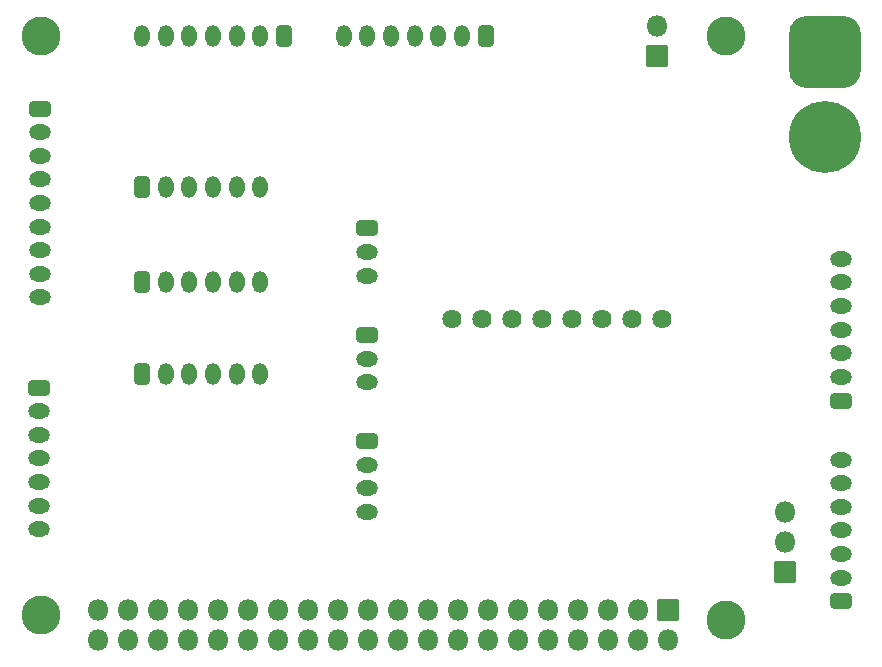
<source format=gbr>
G04 #@! TF.GenerationSoftware,KiCad,Pcbnew,(6.0.1)*
G04 #@! TF.CreationDate,2022-01-26T09:26:30-08:00*
G04 #@! TF.ProjectId,Prime Mover,5072696d-6520-44d6-9f76-65722e6b6963,rev?*
G04 #@! TF.SameCoordinates,Original*
G04 #@! TF.FileFunction,Soldermask,Bot*
G04 #@! TF.FilePolarity,Negative*
%FSLAX46Y46*%
G04 Gerber Fmt 4.6, Leading zero omitted, Abs format (unit mm)*
G04 Created by KiCad (PCBNEW (6.0.1)) date 2022-01-26 09:26:30*
%MOMM*%
%LPD*%
G01*
G04 APERTURE LIST*
G04 Aperture macros list*
%AMRoundRect*
0 Rectangle with rounded corners*
0 $1 Rounding radius*
0 $2 $3 $4 $5 $6 $7 $8 $9 X,Y pos of 4 corners*
0 Add a 4 corners polygon primitive as box body*
4,1,4,$2,$3,$4,$5,$6,$7,$8,$9,$2,$3,0*
0 Add four circle primitives for the rounded corners*
1,1,$1+$1,$2,$3*
1,1,$1+$1,$4,$5*
1,1,$1+$1,$6,$7*
1,1,$1+$1,$8,$9*
0 Add four rect primitives between the rounded corners*
20,1,$1+$1,$2,$3,$4,$5,0*
20,1,$1+$1,$4,$5,$6,$7,0*
20,1,$1+$1,$6,$7,$8,$9,0*
20,1,$1+$1,$8,$9,$2,$3,0*%
G04 Aperture macros list end*
%ADD10RoundRect,0.301000X-0.350000X-0.625000X0.350000X-0.625000X0.350000X0.625000X-0.350000X0.625000X0*%
%ADD11O,1.302000X1.852000*%
%ADD12C,1.626000*%
%ADD13RoundRect,0.301000X-0.625000X0.350000X-0.625000X-0.350000X0.625000X-0.350000X0.625000X0.350000X0*%
%ADD14O,1.852000X1.302000*%
%ADD15RoundRect,0.301000X0.625000X-0.350000X0.625000X0.350000X-0.625000X0.350000X-0.625000X-0.350000X0*%
%ADD16C,3.302000*%
%ADD17RoundRect,0.301000X0.350000X0.625000X-0.350000X0.625000X-0.350000X-0.625000X0.350000X-0.625000X0*%
%ADD18RoundRect,0.051000X0.850000X0.850000X-0.850000X0.850000X-0.850000X-0.850000X0.850000X-0.850000X0*%
%ADD19O,1.802000X1.802000*%
%ADD20RoundRect,1.551000X-1.500000X1.500000X-1.500000X-1.500000X1.500000X-1.500000X1.500000X1.500000X0*%
%ADD21C,6.102000*%
%ADD22RoundRect,0.051000X0.850000X-0.850000X0.850000X0.850000X-0.850000X0.850000X-0.850000X-0.850000X0*%
G04 APERTURE END LIST*
D10*
X12100000Y-24300000D03*
D11*
X14100000Y-24300000D03*
X16100000Y-24300000D03*
X18100000Y-24300000D03*
X20100000Y-24300000D03*
X22100000Y-24300000D03*
D12*
X56130000Y-27460000D03*
X53590000Y-27460000D03*
X51050000Y-27460000D03*
X48510000Y-27460000D03*
X45970000Y-27460000D03*
X43430000Y-27460000D03*
X40890000Y-27460000D03*
X38350000Y-27460000D03*
D13*
X3414000Y-9652000D03*
D14*
X3414000Y-11652000D03*
X3414000Y-13652000D03*
X3414000Y-15652000D03*
X3414000Y-17652000D03*
X3414000Y-19652000D03*
X3414000Y-21652000D03*
X3414000Y-23652000D03*
X3414000Y-25652000D03*
D15*
X71250000Y-34380000D03*
D14*
X71250000Y-32380000D03*
X71250000Y-30380000D03*
X71250000Y-28380000D03*
X71250000Y-26380000D03*
X71250000Y-24380000D03*
X71250000Y-22380000D03*
D16*
X3500000Y-3500000D03*
X3500000Y-52500000D03*
X61500000Y-53000000D03*
X61500000Y-3500000D03*
D15*
X71250000Y-51380000D03*
D14*
X71250000Y-49380000D03*
X71250000Y-47380000D03*
X71250000Y-45380000D03*
X71250000Y-43380000D03*
X71250000Y-41380000D03*
X71250000Y-39380000D03*
D13*
X31150000Y-19800000D03*
D14*
X31150000Y-21800000D03*
X31150000Y-23800000D03*
D13*
X31140000Y-28820000D03*
D14*
X31140000Y-30820000D03*
X31140000Y-32820000D03*
D13*
X31140000Y-37820000D03*
D14*
X31140000Y-39820000D03*
X31140000Y-41820000D03*
X31140000Y-43820000D03*
D13*
X3350000Y-33280000D03*
D14*
X3350000Y-35280000D03*
X3350000Y-37280000D03*
X3350000Y-39280000D03*
X3350000Y-41280000D03*
X3350000Y-43280000D03*
X3350000Y-45280000D03*
D17*
X41180000Y-3550000D03*
D11*
X39180000Y-3550000D03*
X37180000Y-3550000D03*
X35180000Y-3550000D03*
X33180000Y-3550000D03*
X31180000Y-3550000D03*
X29180000Y-3550000D03*
D17*
X24110000Y-3550000D03*
D11*
X22110000Y-3550000D03*
X20110000Y-3550000D03*
X18110000Y-3550000D03*
X16110000Y-3550000D03*
X14110000Y-3550000D03*
X12110000Y-3550000D03*
D18*
X55700000Y-5200000D03*
D19*
X55700000Y-2660000D03*
D20*
X69960000Y-4840000D03*
D21*
X69960000Y-12040000D03*
D10*
X12110000Y-32090000D03*
D11*
X14110000Y-32090000D03*
X16110000Y-32090000D03*
X18110000Y-32090000D03*
X20110000Y-32090000D03*
X22110000Y-32090000D03*
D18*
X66540000Y-48860000D03*
D19*
X66540000Y-46320000D03*
X66540000Y-43780000D03*
D10*
X12110000Y-16280000D03*
D11*
X14110000Y-16280000D03*
X16110000Y-16280000D03*
X18110000Y-16280000D03*
X20110000Y-16280000D03*
X22110000Y-16280000D03*
D22*
X56610000Y-52150000D03*
D19*
X56610000Y-54690000D03*
X54070000Y-52150000D03*
X54070000Y-54690000D03*
X51530000Y-52150000D03*
X51530000Y-54690000D03*
X48990000Y-52150000D03*
X48990000Y-54690000D03*
X46450000Y-52150000D03*
X46450000Y-54690000D03*
X43910000Y-52150000D03*
X43910000Y-54690000D03*
X41370000Y-52150000D03*
X41370000Y-54690000D03*
X38830000Y-52150000D03*
X38830000Y-54690000D03*
X36290000Y-52150000D03*
X36290000Y-54690000D03*
X33750000Y-52150000D03*
X33750000Y-54690000D03*
X31210000Y-52150000D03*
X31210000Y-54690000D03*
X28670000Y-52150000D03*
X28670000Y-54690000D03*
X26130000Y-52150000D03*
X26130000Y-54690000D03*
X23590000Y-52150000D03*
X23590000Y-54690000D03*
X21050000Y-52150000D03*
X21050000Y-54690000D03*
X18510000Y-52150000D03*
X18510000Y-54690000D03*
X15970000Y-52150000D03*
X15970000Y-54690000D03*
X13430000Y-52150000D03*
X13430000Y-54690000D03*
X10890000Y-52150000D03*
X10890000Y-54690000D03*
X8350000Y-52150000D03*
X8350000Y-54690000D03*
M02*

</source>
